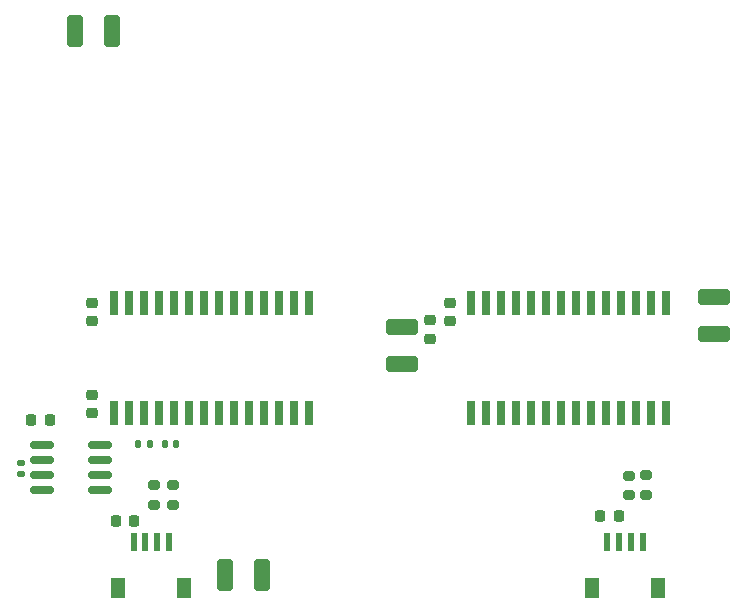
<source format=gtp>
%TF.GenerationSoftware,KiCad,Pcbnew,7.0.8*%
%TF.CreationDate,2023-10-22T00:54:02+03:00*%
%TF.ProjectId,ltp_kikad,6c74705f-6b69-46b6-9164-2e6b69636164,rev?*%
%TF.SameCoordinates,Original*%
%TF.FileFunction,Paste,Top*%
%TF.FilePolarity,Positive*%
%FSLAX46Y46*%
G04 Gerber Fmt 4.6, Leading zero omitted, Abs format (unit mm)*
G04 Created by KiCad (PCBNEW 7.0.8) date 2023-10-22 00:54:02*
%MOMM*%
%LPD*%
G01*
G04 APERTURE LIST*
G04 Aperture macros list*
%AMRoundRect*
0 Rectangle with rounded corners*
0 $1 Rounding radius*
0 $2 $3 $4 $5 $6 $7 $8 $9 X,Y pos of 4 corners*
0 Add a 4 corners polygon primitive as box body*
4,1,4,$2,$3,$4,$5,$6,$7,$8,$9,$2,$3,0*
0 Add four circle primitives for the rounded corners*
1,1,$1+$1,$2,$3*
1,1,$1+$1,$4,$5*
1,1,$1+$1,$6,$7*
1,1,$1+$1,$8,$9*
0 Add four rect primitives between the rounded corners*
20,1,$1+$1,$2,$3,$4,$5,0*
20,1,$1+$1,$4,$5,$6,$7,0*
20,1,$1+$1,$6,$7,$8,$9,0*
20,1,$1+$1,$8,$9,$2,$3,0*%
G04 Aperture macros list end*
%ADD10RoundRect,0.225000X0.225000X0.250000X-0.225000X0.250000X-0.225000X-0.250000X0.225000X-0.250000X0*%
%ADD11R,0.600000X1.550000*%
%ADD12R,1.200000X1.800000*%
%ADD13RoundRect,0.200000X0.275000X-0.200000X0.275000X0.200000X-0.275000X0.200000X-0.275000X-0.200000X0*%
%ADD14RoundRect,0.225000X0.250000X-0.225000X0.250000X0.225000X-0.250000X0.225000X-0.250000X-0.225000X0*%
%ADD15RoundRect,0.135000X-0.135000X-0.185000X0.135000X-0.185000X0.135000X0.185000X-0.135000X0.185000X0*%
%ADD16R,0.650000X2.100000*%
%ADD17RoundRect,0.225000X-0.250000X0.225000X-0.250000X-0.225000X0.250000X-0.225000X0.250000X0.225000X0*%
%ADD18RoundRect,0.150000X-0.825000X-0.150000X0.825000X-0.150000X0.825000X0.150000X-0.825000X0.150000X0*%
%ADD19RoundRect,0.140000X-0.170000X0.140000X-0.170000X-0.140000X0.170000X-0.140000X0.170000X0.140000X0*%
%ADD20RoundRect,0.147500X0.147500X0.172500X-0.147500X0.172500X-0.147500X-0.172500X0.147500X-0.172500X0*%
%ADD21RoundRect,0.250000X1.100000X-0.412500X1.100000X0.412500X-1.100000X0.412500X-1.100000X-0.412500X0*%
%ADD22RoundRect,0.250000X0.412500X1.100000X-0.412500X1.100000X-0.412500X-1.100000X0.412500X-1.100000X0*%
%ADD23RoundRect,0.250000X-1.100000X0.412500X-1.100000X-0.412500X1.100000X-0.412500X1.100000X0.412500X0*%
%ADD24RoundRect,0.250000X-0.412500X-1.100000X0.412500X-1.100000X0.412500X1.100000X-0.412500X1.100000X0*%
%ADD25RoundRect,0.225000X-0.225000X-0.250000X0.225000X-0.250000X0.225000X0.250000X-0.225000X0.250000X0*%
G04 APERTURE END LIST*
D10*
%TO.C,C3*%
X170762000Y-102400000D03*
X169212000Y-102400000D03*
%TD*%
D11*
%TO.C,J1*%
X129687000Y-104600000D03*
X130687000Y-104600000D03*
X131687000Y-104600000D03*
X132687000Y-104600000D03*
D12*
X128387000Y-108475000D03*
X133987000Y-108475000D03*
%TD*%
D13*
%TO.C,R1*%
X131387000Y-101425000D03*
X131387000Y-99775000D03*
%TD*%
%TO.C,R4*%
X171587000Y-100625000D03*
X171587000Y-98975000D03*
%TD*%
D14*
%TO.C,C5*%
X126187000Y-93675000D03*
X126187000Y-92125000D03*
%TD*%
D15*
%TO.C,R10*%
X130067000Y-96300000D03*
X131087000Y-96300000D03*
%TD*%
D16*
%TO.C,IC1*%
X127988900Y-93661600D03*
X129258900Y-93661600D03*
X130528900Y-93661600D03*
X131798900Y-93661600D03*
X133068900Y-93661600D03*
X134338900Y-93661600D03*
X135608900Y-93661600D03*
X136878900Y-93661600D03*
X138148900Y-93661600D03*
X139418900Y-93661600D03*
X140688900Y-93661600D03*
X141958900Y-93661600D03*
X143228900Y-93661600D03*
X144498900Y-93661600D03*
X144498900Y-84361600D03*
X143228900Y-84361600D03*
X141958900Y-84361600D03*
X140688900Y-84361600D03*
X139418900Y-84361600D03*
X138148900Y-84361600D03*
X136878900Y-84361600D03*
X135608900Y-84361600D03*
X134338900Y-84361600D03*
X133068900Y-84361600D03*
X131798900Y-84361600D03*
X130528900Y-84361600D03*
X129258900Y-84361600D03*
X127988900Y-84361600D03*
%TD*%
D17*
%TO.C,C2*%
X156437000Y-84325000D03*
X156437000Y-85875000D03*
%TD*%
D13*
%TO.C,R3*%
X132987000Y-101425000D03*
X132987000Y-99775000D03*
%TD*%
D18*
%TO.C,U1*%
X121912000Y-96395000D03*
X121912000Y-97665000D03*
X121912000Y-98935000D03*
X121912000Y-100205000D03*
X126862000Y-100205000D03*
X126862000Y-98935000D03*
X126862000Y-97665000D03*
X126862000Y-96395000D03*
%TD*%
D19*
%TO.C,C7*%
X120187000Y-97920000D03*
X120187000Y-98880000D03*
%TD*%
D20*
%TO.C,D3*%
X133272000Y-96300000D03*
X132302000Y-96300000D03*
%TD*%
D21*
%TO.C,C10*%
X152387000Y-89525000D03*
X152387000Y-86400000D03*
%TD*%
D22*
%TO.C,C11*%
X140587000Y-107400000D03*
X137462000Y-107400000D03*
%TD*%
D13*
%TO.C,R5*%
X173097000Y-100600000D03*
X173097000Y-98950000D03*
%TD*%
D17*
%TO.C,C1*%
X126187000Y-84325000D03*
X126187000Y-85875000D03*
%TD*%
D23*
%TO.C,C17*%
X178787000Y-83837500D03*
X178787000Y-86962500D03*
%TD*%
D17*
%TO.C,C4*%
X154787000Y-85825000D03*
X154787000Y-87375000D03*
%TD*%
D24*
%TO.C,C6*%
X124724500Y-61300000D03*
X127849500Y-61300000D03*
%TD*%
D10*
%TO.C,C8*%
X129737000Y-102800000D03*
X128187000Y-102800000D03*
%TD*%
D11*
%TO.C,J3*%
X169800000Y-104600000D03*
X170800000Y-104600000D03*
X171800000Y-104600000D03*
X172800000Y-104600000D03*
D12*
X168500000Y-108475000D03*
X174100000Y-108475000D03*
%TD*%
D16*
%TO.C,IC2*%
X158258900Y-93661600D03*
X159528900Y-93661600D03*
X160798900Y-93661600D03*
X162068900Y-93661600D03*
X163338900Y-93661600D03*
X164608900Y-93661600D03*
X165878900Y-93661600D03*
X167148900Y-93661600D03*
X168418900Y-93661600D03*
X169688900Y-93661600D03*
X170958900Y-93661600D03*
X172228900Y-93661600D03*
X173498900Y-93661600D03*
X174768900Y-93661600D03*
X174768900Y-84361600D03*
X173498900Y-84361600D03*
X172228900Y-84361600D03*
X170958900Y-84361600D03*
X169688900Y-84361600D03*
X168418900Y-84361600D03*
X167148900Y-84361600D03*
X165878900Y-84361600D03*
X164608900Y-84361600D03*
X163338900Y-84361600D03*
X162068900Y-84361600D03*
X160798900Y-84361600D03*
X159528900Y-84361600D03*
X158258900Y-84361600D03*
%TD*%
D25*
%TO.C,C9*%
X121012000Y-94300000D03*
X122562000Y-94300000D03*
%TD*%
M02*

</source>
